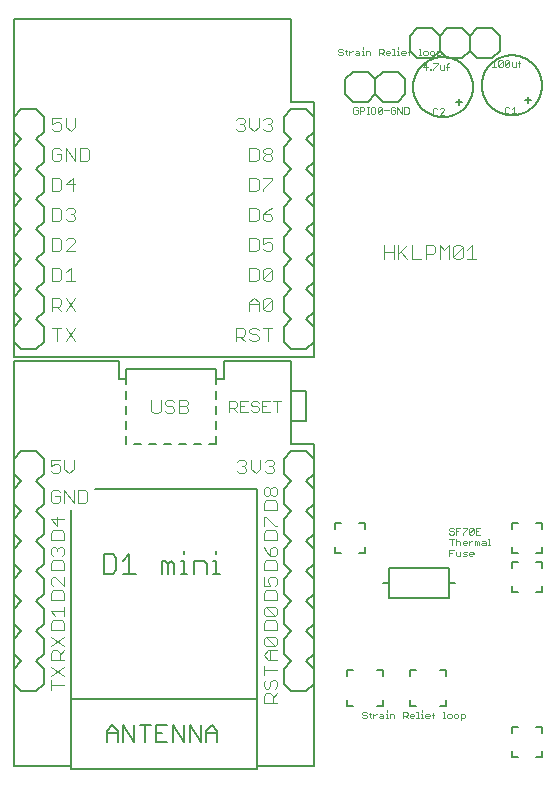
<source format=gto>
G75*
%MOIN*%
%OFA0B0*%
%FSLAX25Y25*%
%IPPOS*%
%LPD*%
%AMOC8*
5,1,8,0,0,1.08239X$1,22.5*
%
%ADD10C,0.00200*%
%ADD11C,0.00600*%
%ADD12C,0.00400*%
%ADD13C,0.00500*%
%ADD14C,0.00300*%
D10*
X0119100Y0018717D02*
X0119467Y0018350D01*
X0120201Y0018350D01*
X0120568Y0018717D01*
X0120568Y0019084D01*
X0120201Y0019451D01*
X0119467Y0019451D01*
X0119100Y0019818D01*
X0119100Y0020185D01*
X0119467Y0020552D01*
X0120201Y0020552D01*
X0120568Y0020185D01*
X0121310Y0019818D02*
X0122044Y0019818D01*
X0121677Y0020185D02*
X0121677Y0018717D01*
X0122044Y0018350D01*
X0122783Y0018350D02*
X0122783Y0019818D01*
X0122783Y0019084D02*
X0123517Y0019818D01*
X0123884Y0019818D01*
X0124992Y0019818D02*
X0125726Y0019818D01*
X0126093Y0019451D01*
X0126093Y0018350D01*
X0124992Y0018350D01*
X0124625Y0018717D01*
X0124992Y0019084D01*
X0126093Y0019084D01*
X0126835Y0019818D02*
X0127202Y0019818D01*
X0127202Y0018350D01*
X0126835Y0018350D02*
X0127569Y0018350D01*
X0128308Y0018350D02*
X0128308Y0019818D01*
X0129409Y0019818D01*
X0129776Y0019451D01*
X0129776Y0018350D01*
X0132728Y0018350D02*
X0132728Y0020552D01*
X0133829Y0020552D01*
X0134196Y0020185D01*
X0134196Y0019451D01*
X0133829Y0019084D01*
X0132728Y0019084D01*
X0133462Y0019084D02*
X0134196Y0018350D01*
X0134937Y0018717D02*
X0134937Y0019451D01*
X0135304Y0019818D01*
X0136038Y0019818D01*
X0136405Y0019451D01*
X0136405Y0019084D01*
X0134937Y0019084D01*
X0134937Y0018717D02*
X0135304Y0018350D01*
X0136038Y0018350D01*
X0137147Y0018350D02*
X0137881Y0018350D01*
X0137514Y0018350D02*
X0137514Y0020552D01*
X0137147Y0020552D01*
X0138621Y0019818D02*
X0138988Y0019818D01*
X0138988Y0018350D01*
X0138621Y0018350D02*
X0139355Y0018350D01*
X0140094Y0018717D02*
X0140094Y0019451D01*
X0140461Y0019818D01*
X0141195Y0019818D01*
X0141562Y0019451D01*
X0141562Y0019084D01*
X0140094Y0019084D01*
X0140094Y0018717D02*
X0140461Y0018350D01*
X0141195Y0018350D01*
X0142671Y0018350D02*
X0142671Y0020185D01*
X0143038Y0020552D01*
X0143038Y0019451D02*
X0142304Y0019451D01*
X0138988Y0020552D02*
X0138988Y0020919D01*
X0145987Y0020552D02*
X0146354Y0020552D01*
X0146354Y0018350D01*
X0145987Y0018350D02*
X0146721Y0018350D01*
X0147460Y0018717D02*
X0147827Y0018350D01*
X0148561Y0018350D01*
X0148928Y0018717D01*
X0148928Y0019451D01*
X0148561Y0019818D01*
X0147827Y0019818D01*
X0147460Y0019451D01*
X0147460Y0018717D01*
X0149670Y0018717D02*
X0150037Y0018350D01*
X0150771Y0018350D01*
X0151138Y0018717D01*
X0151138Y0019451D01*
X0150771Y0019818D01*
X0150037Y0019818D01*
X0149670Y0019451D01*
X0149670Y0018717D01*
X0151880Y0018350D02*
X0152981Y0018350D01*
X0153348Y0018717D01*
X0153348Y0019451D01*
X0152981Y0019818D01*
X0151880Y0019818D01*
X0151880Y0017616D01*
X0127202Y0020552D02*
X0127202Y0020919D01*
X0148100Y0072350D02*
X0148100Y0074552D01*
X0149568Y0074552D01*
X0150310Y0073818D02*
X0150310Y0072717D01*
X0150677Y0072350D01*
X0151778Y0072350D01*
X0151778Y0073818D01*
X0152520Y0073451D02*
X0152887Y0073818D01*
X0153988Y0073818D01*
X0153621Y0073084D02*
X0152887Y0073084D01*
X0152520Y0073451D01*
X0152520Y0072350D02*
X0153621Y0072350D01*
X0153988Y0072717D01*
X0153621Y0073084D01*
X0154730Y0073084D02*
X0156198Y0073084D01*
X0156198Y0073451D01*
X0155831Y0073818D01*
X0155097Y0073818D01*
X0154730Y0073451D01*
X0154730Y0072717D01*
X0155097Y0072350D01*
X0155831Y0072350D01*
X0156571Y0075950D02*
X0156571Y0077418D01*
X0156938Y0077418D01*
X0157305Y0077051D01*
X0157672Y0077418D01*
X0158039Y0077051D01*
X0158039Y0075950D01*
X0157305Y0075950D02*
X0157305Y0077051D01*
X0155831Y0077418D02*
X0155464Y0077418D01*
X0154730Y0076684D01*
X0154730Y0075950D02*
X0154730Y0077418D01*
X0153988Y0077051D02*
X0153988Y0076684D01*
X0152520Y0076684D01*
X0152520Y0077051D02*
X0152887Y0077418D01*
X0153621Y0077418D01*
X0153988Y0077051D01*
X0153621Y0075950D02*
X0152887Y0075950D01*
X0152520Y0076317D01*
X0152520Y0077051D01*
X0151778Y0077051D02*
X0151778Y0075950D01*
X0151778Y0077051D02*
X0151411Y0077418D01*
X0150677Y0077418D01*
X0150310Y0077051D01*
X0150310Y0078152D02*
X0150310Y0075950D01*
X0148834Y0075950D02*
X0148834Y0078152D01*
X0148100Y0078152D02*
X0149568Y0078152D01*
X0149201Y0079550D02*
X0148467Y0079550D01*
X0148100Y0079917D01*
X0148467Y0080651D02*
X0149201Y0080651D01*
X0149568Y0080284D01*
X0149568Y0079917D01*
X0149201Y0079550D01*
X0150310Y0079550D02*
X0150310Y0081752D01*
X0151778Y0081752D01*
X0152520Y0081752D02*
X0153988Y0081752D01*
X0153988Y0081385D01*
X0152520Y0079917D01*
X0152520Y0079550D01*
X0151044Y0080651D02*
X0150310Y0080651D01*
X0149568Y0081385D02*
X0149201Y0081752D01*
X0148467Y0081752D01*
X0148100Y0081385D01*
X0148100Y0081018D01*
X0148467Y0080651D01*
X0148100Y0073451D02*
X0148834Y0073451D01*
X0155097Y0079550D02*
X0154730Y0079917D01*
X0156198Y0081385D01*
X0156198Y0079917D01*
X0155831Y0079550D01*
X0155097Y0079550D01*
X0154730Y0079917D02*
X0154730Y0081385D01*
X0155097Y0081752D01*
X0155831Y0081752D01*
X0156198Y0081385D01*
X0156940Y0081752D02*
X0156940Y0079550D01*
X0158407Y0079550D01*
X0157673Y0080651D02*
X0156940Y0080651D01*
X0156940Y0081752D02*
X0158407Y0081752D01*
X0159148Y0077418D02*
X0159882Y0077418D01*
X0160249Y0077051D01*
X0160249Y0075950D01*
X0159148Y0075950D01*
X0158781Y0076317D01*
X0159148Y0076684D01*
X0160249Y0076684D01*
X0160991Y0075950D02*
X0161725Y0075950D01*
X0161358Y0075950D02*
X0161358Y0078152D01*
X0160991Y0078152D01*
X0146358Y0219450D02*
X0144890Y0219450D01*
X0146358Y0220918D01*
X0146358Y0221285D01*
X0145991Y0221652D01*
X0145257Y0221652D01*
X0144890Y0221285D01*
X0144148Y0221285D02*
X0143781Y0221652D01*
X0143047Y0221652D01*
X0142680Y0221285D01*
X0142680Y0219817D01*
X0143047Y0219450D01*
X0143781Y0219450D01*
X0144148Y0219817D01*
X0145284Y0234450D02*
X0146385Y0234450D01*
X0146385Y0235918D01*
X0147127Y0235551D02*
X0147861Y0235551D01*
X0147494Y0236285D02*
X0147861Y0236652D01*
X0147494Y0236285D02*
X0147494Y0234450D01*
X0145284Y0234450D02*
X0144917Y0234817D01*
X0144917Y0235918D01*
X0144175Y0236285D02*
X0142707Y0234817D01*
X0142707Y0234450D01*
X0141969Y0234450D02*
X0141602Y0234450D01*
X0141602Y0234817D01*
X0141969Y0234817D01*
X0141969Y0234450D01*
X0140493Y0234450D02*
X0140493Y0236652D01*
X0139392Y0235551D01*
X0140860Y0235551D01*
X0142707Y0236652D02*
X0144175Y0236652D01*
X0144175Y0236285D01*
X0143880Y0238616D02*
X0143880Y0240818D01*
X0144981Y0240818D01*
X0145348Y0240451D01*
X0145348Y0239717D01*
X0144981Y0239350D01*
X0143880Y0239350D01*
X0143138Y0239717D02*
X0143138Y0240451D01*
X0142771Y0240818D01*
X0142037Y0240818D01*
X0141670Y0240451D01*
X0141670Y0239717D01*
X0142037Y0239350D01*
X0142771Y0239350D01*
X0143138Y0239717D01*
X0140928Y0239717D02*
X0140928Y0240451D01*
X0140561Y0240818D01*
X0139827Y0240818D01*
X0139460Y0240451D01*
X0139460Y0239717D01*
X0139827Y0239350D01*
X0140561Y0239350D01*
X0140928Y0239717D01*
X0138721Y0239350D02*
X0137987Y0239350D01*
X0138354Y0239350D02*
X0138354Y0241552D01*
X0137987Y0241552D01*
X0135038Y0241552D02*
X0134671Y0241185D01*
X0134671Y0239350D01*
X0134304Y0240451D02*
X0135038Y0240451D01*
X0133562Y0240451D02*
X0133562Y0240084D01*
X0132094Y0240084D01*
X0132094Y0240451D02*
X0132461Y0240818D01*
X0133195Y0240818D01*
X0133562Y0240451D01*
X0133195Y0239350D02*
X0132461Y0239350D01*
X0132094Y0239717D01*
X0132094Y0240451D01*
X0130988Y0240818D02*
X0130988Y0239350D01*
X0130621Y0239350D02*
X0131355Y0239350D01*
X0129881Y0239350D02*
X0129147Y0239350D01*
X0129514Y0239350D02*
X0129514Y0241552D01*
X0129147Y0241552D01*
X0128405Y0240451D02*
X0128405Y0240084D01*
X0126937Y0240084D01*
X0126937Y0240451D02*
X0127304Y0240818D01*
X0128038Y0240818D01*
X0128405Y0240451D01*
X0128038Y0239350D02*
X0127304Y0239350D01*
X0126937Y0239717D01*
X0126937Y0240451D01*
X0126196Y0240451D02*
X0125829Y0240084D01*
X0124728Y0240084D01*
X0125462Y0240084D02*
X0126196Y0239350D01*
X0126196Y0240451D02*
X0126196Y0241185D01*
X0125829Y0241552D01*
X0124728Y0241552D01*
X0124728Y0239350D01*
X0121776Y0239350D02*
X0121776Y0240451D01*
X0121409Y0240818D01*
X0120308Y0240818D01*
X0120308Y0239350D01*
X0119569Y0239350D02*
X0118835Y0239350D01*
X0119202Y0239350D02*
X0119202Y0240818D01*
X0118835Y0240818D01*
X0119202Y0241552D02*
X0119202Y0241919D01*
X0118093Y0240451D02*
X0118093Y0239350D01*
X0116992Y0239350D01*
X0116625Y0239717D01*
X0116992Y0240084D01*
X0118093Y0240084D01*
X0118093Y0240451D02*
X0117726Y0240818D01*
X0116992Y0240818D01*
X0115884Y0240818D02*
X0115517Y0240818D01*
X0114783Y0240084D01*
X0114783Y0239350D02*
X0114783Y0240818D01*
X0114044Y0240818D02*
X0113310Y0240818D01*
X0113677Y0241185D02*
X0113677Y0239717D01*
X0114044Y0239350D01*
X0112568Y0239717D02*
X0112568Y0240084D01*
X0112201Y0240451D01*
X0111467Y0240451D01*
X0111100Y0240818D01*
X0111100Y0241185D01*
X0111467Y0241552D01*
X0112201Y0241552D01*
X0112568Y0241185D01*
X0112568Y0239717D02*
X0112201Y0239350D01*
X0111467Y0239350D01*
X0111100Y0239717D01*
X0116467Y0222052D02*
X0116100Y0221685D01*
X0116100Y0220217D01*
X0116467Y0219850D01*
X0117201Y0219850D01*
X0117568Y0220217D01*
X0117568Y0220951D01*
X0116834Y0220951D01*
X0117568Y0221685D02*
X0117201Y0222052D01*
X0116467Y0222052D01*
X0118310Y0222052D02*
X0119411Y0222052D01*
X0119778Y0221685D01*
X0119778Y0220951D01*
X0119411Y0220584D01*
X0118310Y0220584D01*
X0118310Y0219850D02*
X0118310Y0222052D01*
X0120520Y0222052D02*
X0121254Y0222052D01*
X0120887Y0222052D02*
X0120887Y0219850D01*
X0120520Y0219850D02*
X0121254Y0219850D01*
X0121993Y0220217D02*
X0122360Y0219850D01*
X0123094Y0219850D01*
X0123461Y0220217D01*
X0123461Y0221685D01*
X0123094Y0222052D01*
X0122360Y0222052D01*
X0121993Y0221685D01*
X0121993Y0220217D01*
X0124203Y0220217D02*
X0125671Y0221685D01*
X0125671Y0220217D01*
X0125304Y0219850D01*
X0124570Y0219850D01*
X0124203Y0220217D01*
X0124203Y0221685D01*
X0124570Y0222052D01*
X0125304Y0222052D01*
X0125671Y0221685D01*
X0126413Y0220951D02*
X0127881Y0220951D01*
X0128623Y0221685D02*
X0128623Y0220217D01*
X0128990Y0219850D01*
X0129724Y0219850D01*
X0130091Y0220217D01*
X0130091Y0220951D01*
X0129357Y0220951D01*
X0130091Y0221685D02*
X0129724Y0222052D01*
X0128990Y0222052D01*
X0128623Y0221685D01*
X0130833Y0222052D02*
X0132300Y0219850D01*
X0132300Y0222052D01*
X0133042Y0222052D02*
X0134143Y0222052D01*
X0134510Y0221685D01*
X0134510Y0220217D01*
X0134143Y0219850D01*
X0133042Y0219850D01*
X0133042Y0222052D01*
X0130833Y0222052D02*
X0130833Y0219850D01*
X0130988Y0240818D02*
X0130621Y0240818D01*
X0130988Y0241552D02*
X0130988Y0241919D01*
X0162259Y0236994D02*
X0162993Y0237728D01*
X0162993Y0235526D01*
X0162259Y0235526D02*
X0163727Y0235526D01*
X0164469Y0235893D02*
X0165937Y0237361D01*
X0165937Y0235893D01*
X0165570Y0235526D01*
X0164836Y0235526D01*
X0164469Y0235893D01*
X0164469Y0237361D01*
X0164836Y0237728D01*
X0165570Y0237728D01*
X0165937Y0237361D01*
X0166679Y0237361D02*
X0166679Y0235893D01*
X0168147Y0237361D01*
X0168147Y0235893D01*
X0167780Y0235526D01*
X0167046Y0235526D01*
X0166679Y0235893D01*
X0166679Y0237361D02*
X0167046Y0237728D01*
X0167780Y0237728D01*
X0168147Y0237361D01*
X0168889Y0236994D02*
X0168889Y0235893D01*
X0169256Y0235526D01*
X0170357Y0235526D01*
X0170357Y0236994D01*
X0171099Y0236627D02*
X0171833Y0236627D01*
X0171466Y0237361D02*
X0171833Y0237728D01*
X0171466Y0237361D02*
X0171466Y0235526D01*
X0169596Y0222228D02*
X0169596Y0220026D01*
X0168862Y0220026D02*
X0170330Y0220026D01*
X0168862Y0221494D02*
X0169596Y0222228D01*
X0168120Y0221861D02*
X0167753Y0222228D01*
X0167019Y0222228D01*
X0166652Y0221861D01*
X0166652Y0220393D01*
X0167019Y0220026D01*
X0167753Y0220026D01*
X0168120Y0220393D01*
D11*
X0173472Y0224326D02*
X0174472Y0224326D01*
X0174472Y0223326D01*
X0174472Y0224326D02*
X0174472Y0225326D01*
X0174472Y0224326D02*
X0175472Y0224326D01*
X0158972Y0229326D02*
X0158975Y0229571D01*
X0158984Y0229817D01*
X0158999Y0230062D01*
X0159020Y0230306D01*
X0159047Y0230550D01*
X0159080Y0230793D01*
X0159119Y0231036D01*
X0159164Y0231277D01*
X0159215Y0231517D01*
X0159272Y0231756D01*
X0159334Y0231993D01*
X0159403Y0232229D01*
X0159477Y0232463D01*
X0159557Y0232695D01*
X0159642Y0232925D01*
X0159733Y0233153D01*
X0159830Y0233378D01*
X0159932Y0233602D01*
X0160040Y0233822D01*
X0160153Y0234040D01*
X0160271Y0234255D01*
X0160395Y0234467D01*
X0160523Y0234676D01*
X0160657Y0234882D01*
X0160796Y0235084D01*
X0160940Y0235283D01*
X0161089Y0235478D01*
X0161242Y0235670D01*
X0161400Y0235858D01*
X0161562Y0236042D01*
X0161730Y0236221D01*
X0161901Y0236397D01*
X0162077Y0236568D01*
X0162256Y0236736D01*
X0162440Y0236898D01*
X0162628Y0237056D01*
X0162820Y0237209D01*
X0163015Y0237358D01*
X0163214Y0237502D01*
X0163416Y0237641D01*
X0163622Y0237775D01*
X0163831Y0237903D01*
X0164043Y0238027D01*
X0164258Y0238145D01*
X0164476Y0238258D01*
X0164696Y0238366D01*
X0164920Y0238468D01*
X0165145Y0238565D01*
X0165373Y0238656D01*
X0165603Y0238741D01*
X0165835Y0238821D01*
X0166069Y0238895D01*
X0166305Y0238964D01*
X0166542Y0239026D01*
X0166781Y0239083D01*
X0167021Y0239134D01*
X0167262Y0239179D01*
X0167505Y0239218D01*
X0167748Y0239251D01*
X0167992Y0239278D01*
X0168236Y0239299D01*
X0168481Y0239314D01*
X0168727Y0239323D01*
X0168972Y0239326D01*
X0169217Y0239323D01*
X0169463Y0239314D01*
X0169708Y0239299D01*
X0169952Y0239278D01*
X0170196Y0239251D01*
X0170439Y0239218D01*
X0170682Y0239179D01*
X0170923Y0239134D01*
X0171163Y0239083D01*
X0171402Y0239026D01*
X0171639Y0238964D01*
X0171875Y0238895D01*
X0172109Y0238821D01*
X0172341Y0238741D01*
X0172571Y0238656D01*
X0172799Y0238565D01*
X0173024Y0238468D01*
X0173248Y0238366D01*
X0173468Y0238258D01*
X0173686Y0238145D01*
X0173901Y0238027D01*
X0174113Y0237903D01*
X0174322Y0237775D01*
X0174528Y0237641D01*
X0174730Y0237502D01*
X0174929Y0237358D01*
X0175124Y0237209D01*
X0175316Y0237056D01*
X0175504Y0236898D01*
X0175688Y0236736D01*
X0175867Y0236568D01*
X0176043Y0236397D01*
X0176214Y0236221D01*
X0176382Y0236042D01*
X0176544Y0235858D01*
X0176702Y0235670D01*
X0176855Y0235478D01*
X0177004Y0235283D01*
X0177148Y0235084D01*
X0177287Y0234882D01*
X0177421Y0234676D01*
X0177549Y0234467D01*
X0177673Y0234255D01*
X0177791Y0234040D01*
X0177904Y0233822D01*
X0178012Y0233602D01*
X0178114Y0233378D01*
X0178211Y0233153D01*
X0178302Y0232925D01*
X0178387Y0232695D01*
X0178467Y0232463D01*
X0178541Y0232229D01*
X0178610Y0231993D01*
X0178672Y0231756D01*
X0178729Y0231517D01*
X0178780Y0231277D01*
X0178825Y0231036D01*
X0178864Y0230793D01*
X0178897Y0230550D01*
X0178924Y0230306D01*
X0178945Y0230062D01*
X0178960Y0229817D01*
X0178969Y0229571D01*
X0178972Y0229326D01*
X0178969Y0229081D01*
X0178960Y0228835D01*
X0178945Y0228590D01*
X0178924Y0228346D01*
X0178897Y0228102D01*
X0178864Y0227859D01*
X0178825Y0227616D01*
X0178780Y0227375D01*
X0178729Y0227135D01*
X0178672Y0226896D01*
X0178610Y0226659D01*
X0178541Y0226423D01*
X0178467Y0226189D01*
X0178387Y0225957D01*
X0178302Y0225727D01*
X0178211Y0225499D01*
X0178114Y0225274D01*
X0178012Y0225050D01*
X0177904Y0224830D01*
X0177791Y0224612D01*
X0177673Y0224397D01*
X0177549Y0224185D01*
X0177421Y0223976D01*
X0177287Y0223770D01*
X0177148Y0223568D01*
X0177004Y0223369D01*
X0176855Y0223174D01*
X0176702Y0222982D01*
X0176544Y0222794D01*
X0176382Y0222610D01*
X0176214Y0222431D01*
X0176043Y0222255D01*
X0175867Y0222084D01*
X0175688Y0221916D01*
X0175504Y0221754D01*
X0175316Y0221596D01*
X0175124Y0221443D01*
X0174929Y0221294D01*
X0174730Y0221150D01*
X0174528Y0221011D01*
X0174322Y0220877D01*
X0174113Y0220749D01*
X0173901Y0220625D01*
X0173686Y0220507D01*
X0173468Y0220394D01*
X0173248Y0220286D01*
X0173024Y0220184D01*
X0172799Y0220087D01*
X0172571Y0219996D01*
X0172341Y0219911D01*
X0172109Y0219831D01*
X0171875Y0219757D01*
X0171639Y0219688D01*
X0171402Y0219626D01*
X0171163Y0219569D01*
X0170923Y0219518D01*
X0170682Y0219473D01*
X0170439Y0219434D01*
X0170196Y0219401D01*
X0169952Y0219374D01*
X0169708Y0219353D01*
X0169463Y0219338D01*
X0169217Y0219329D01*
X0168972Y0219326D01*
X0168727Y0219329D01*
X0168481Y0219338D01*
X0168236Y0219353D01*
X0167992Y0219374D01*
X0167748Y0219401D01*
X0167505Y0219434D01*
X0167262Y0219473D01*
X0167021Y0219518D01*
X0166781Y0219569D01*
X0166542Y0219626D01*
X0166305Y0219688D01*
X0166069Y0219757D01*
X0165835Y0219831D01*
X0165603Y0219911D01*
X0165373Y0219996D01*
X0165145Y0220087D01*
X0164920Y0220184D01*
X0164696Y0220286D01*
X0164476Y0220394D01*
X0164258Y0220507D01*
X0164043Y0220625D01*
X0163831Y0220749D01*
X0163622Y0220877D01*
X0163416Y0221011D01*
X0163214Y0221150D01*
X0163015Y0221294D01*
X0162820Y0221443D01*
X0162628Y0221596D01*
X0162440Y0221754D01*
X0162256Y0221916D01*
X0162077Y0222084D01*
X0161901Y0222255D01*
X0161730Y0222431D01*
X0161562Y0222610D01*
X0161400Y0222794D01*
X0161242Y0222982D01*
X0161089Y0223174D01*
X0160940Y0223369D01*
X0160796Y0223568D01*
X0160657Y0223770D01*
X0160523Y0223976D01*
X0160395Y0224185D01*
X0160271Y0224397D01*
X0160153Y0224612D01*
X0160040Y0224830D01*
X0159932Y0225050D01*
X0159830Y0225274D01*
X0159733Y0225499D01*
X0159642Y0225727D01*
X0159557Y0225957D01*
X0159477Y0226189D01*
X0159403Y0226423D01*
X0159334Y0226659D01*
X0159272Y0226896D01*
X0159215Y0227135D01*
X0159164Y0227375D01*
X0159119Y0227616D01*
X0159080Y0227859D01*
X0159047Y0228102D01*
X0159020Y0228346D01*
X0158999Y0228590D01*
X0158984Y0228835D01*
X0158975Y0229081D01*
X0158972Y0229326D01*
X0152500Y0223750D02*
X0151500Y0223750D01*
X0151500Y0222750D01*
X0151500Y0223750D02*
X0150500Y0223750D01*
X0151500Y0223750D02*
X0151500Y0224750D01*
X0136000Y0228750D02*
X0136003Y0228995D01*
X0136012Y0229241D01*
X0136027Y0229486D01*
X0136048Y0229730D01*
X0136075Y0229974D01*
X0136108Y0230217D01*
X0136147Y0230460D01*
X0136192Y0230701D01*
X0136243Y0230941D01*
X0136300Y0231180D01*
X0136362Y0231417D01*
X0136431Y0231653D01*
X0136505Y0231887D01*
X0136585Y0232119D01*
X0136670Y0232349D01*
X0136761Y0232577D01*
X0136858Y0232802D01*
X0136960Y0233026D01*
X0137068Y0233246D01*
X0137181Y0233464D01*
X0137299Y0233679D01*
X0137423Y0233891D01*
X0137551Y0234100D01*
X0137685Y0234306D01*
X0137824Y0234508D01*
X0137968Y0234707D01*
X0138117Y0234902D01*
X0138270Y0235094D01*
X0138428Y0235282D01*
X0138590Y0235466D01*
X0138758Y0235645D01*
X0138929Y0235821D01*
X0139105Y0235992D01*
X0139284Y0236160D01*
X0139468Y0236322D01*
X0139656Y0236480D01*
X0139848Y0236633D01*
X0140043Y0236782D01*
X0140242Y0236926D01*
X0140444Y0237065D01*
X0140650Y0237199D01*
X0140859Y0237327D01*
X0141071Y0237451D01*
X0141286Y0237569D01*
X0141504Y0237682D01*
X0141724Y0237790D01*
X0141948Y0237892D01*
X0142173Y0237989D01*
X0142401Y0238080D01*
X0142631Y0238165D01*
X0142863Y0238245D01*
X0143097Y0238319D01*
X0143333Y0238388D01*
X0143570Y0238450D01*
X0143809Y0238507D01*
X0144049Y0238558D01*
X0144290Y0238603D01*
X0144533Y0238642D01*
X0144776Y0238675D01*
X0145020Y0238702D01*
X0145264Y0238723D01*
X0145509Y0238738D01*
X0145755Y0238747D01*
X0146000Y0238750D01*
X0146245Y0238747D01*
X0146491Y0238738D01*
X0146736Y0238723D01*
X0146980Y0238702D01*
X0147224Y0238675D01*
X0147467Y0238642D01*
X0147710Y0238603D01*
X0147951Y0238558D01*
X0148191Y0238507D01*
X0148430Y0238450D01*
X0148667Y0238388D01*
X0148903Y0238319D01*
X0149137Y0238245D01*
X0149369Y0238165D01*
X0149599Y0238080D01*
X0149827Y0237989D01*
X0150052Y0237892D01*
X0150276Y0237790D01*
X0150496Y0237682D01*
X0150714Y0237569D01*
X0150929Y0237451D01*
X0151141Y0237327D01*
X0151350Y0237199D01*
X0151556Y0237065D01*
X0151758Y0236926D01*
X0151957Y0236782D01*
X0152152Y0236633D01*
X0152344Y0236480D01*
X0152532Y0236322D01*
X0152716Y0236160D01*
X0152895Y0235992D01*
X0153071Y0235821D01*
X0153242Y0235645D01*
X0153410Y0235466D01*
X0153572Y0235282D01*
X0153730Y0235094D01*
X0153883Y0234902D01*
X0154032Y0234707D01*
X0154176Y0234508D01*
X0154315Y0234306D01*
X0154449Y0234100D01*
X0154577Y0233891D01*
X0154701Y0233679D01*
X0154819Y0233464D01*
X0154932Y0233246D01*
X0155040Y0233026D01*
X0155142Y0232802D01*
X0155239Y0232577D01*
X0155330Y0232349D01*
X0155415Y0232119D01*
X0155495Y0231887D01*
X0155569Y0231653D01*
X0155638Y0231417D01*
X0155700Y0231180D01*
X0155757Y0230941D01*
X0155808Y0230701D01*
X0155853Y0230460D01*
X0155892Y0230217D01*
X0155925Y0229974D01*
X0155952Y0229730D01*
X0155973Y0229486D01*
X0155988Y0229241D01*
X0155997Y0228995D01*
X0156000Y0228750D01*
X0155997Y0228505D01*
X0155988Y0228259D01*
X0155973Y0228014D01*
X0155952Y0227770D01*
X0155925Y0227526D01*
X0155892Y0227283D01*
X0155853Y0227040D01*
X0155808Y0226799D01*
X0155757Y0226559D01*
X0155700Y0226320D01*
X0155638Y0226083D01*
X0155569Y0225847D01*
X0155495Y0225613D01*
X0155415Y0225381D01*
X0155330Y0225151D01*
X0155239Y0224923D01*
X0155142Y0224698D01*
X0155040Y0224474D01*
X0154932Y0224254D01*
X0154819Y0224036D01*
X0154701Y0223821D01*
X0154577Y0223609D01*
X0154449Y0223400D01*
X0154315Y0223194D01*
X0154176Y0222992D01*
X0154032Y0222793D01*
X0153883Y0222598D01*
X0153730Y0222406D01*
X0153572Y0222218D01*
X0153410Y0222034D01*
X0153242Y0221855D01*
X0153071Y0221679D01*
X0152895Y0221508D01*
X0152716Y0221340D01*
X0152532Y0221178D01*
X0152344Y0221020D01*
X0152152Y0220867D01*
X0151957Y0220718D01*
X0151758Y0220574D01*
X0151556Y0220435D01*
X0151350Y0220301D01*
X0151141Y0220173D01*
X0150929Y0220049D01*
X0150714Y0219931D01*
X0150496Y0219818D01*
X0150276Y0219710D01*
X0150052Y0219608D01*
X0149827Y0219511D01*
X0149599Y0219420D01*
X0149369Y0219335D01*
X0149137Y0219255D01*
X0148903Y0219181D01*
X0148667Y0219112D01*
X0148430Y0219050D01*
X0148191Y0218993D01*
X0147951Y0218942D01*
X0147710Y0218897D01*
X0147467Y0218858D01*
X0147224Y0218825D01*
X0146980Y0218798D01*
X0146736Y0218777D01*
X0146491Y0218762D01*
X0146245Y0218753D01*
X0146000Y0218750D01*
X0145755Y0218753D01*
X0145509Y0218762D01*
X0145264Y0218777D01*
X0145020Y0218798D01*
X0144776Y0218825D01*
X0144533Y0218858D01*
X0144290Y0218897D01*
X0144049Y0218942D01*
X0143809Y0218993D01*
X0143570Y0219050D01*
X0143333Y0219112D01*
X0143097Y0219181D01*
X0142863Y0219255D01*
X0142631Y0219335D01*
X0142401Y0219420D01*
X0142173Y0219511D01*
X0141948Y0219608D01*
X0141724Y0219710D01*
X0141504Y0219818D01*
X0141286Y0219931D01*
X0141071Y0220049D01*
X0140859Y0220173D01*
X0140650Y0220301D01*
X0140444Y0220435D01*
X0140242Y0220574D01*
X0140043Y0220718D01*
X0139848Y0220867D01*
X0139656Y0221020D01*
X0139468Y0221178D01*
X0139284Y0221340D01*
X0139105Y0221508D01*
X0138929Y0221679D01*
X0138758Y0221855D01*
X0138590Y0222034D01*
X0138428Y0222218D01*
X0138270Y0222406D01*
X0138117Y0222598D01*
X0137968Y0222793D01*
X0137824Y0222992D01*
X0137685Y0223194D01*
X0137551Y0223400D01*
X0137423Y0223609D01*
X0137299Y0223821D01*
X0137181Y0224036D01*
X0137068Y0224254D01*
X0136960Y0224474D01*
X0136858Y0224698D01*
X0136761Y0224923D01*
X0136670Y0225151D01*
X0136585Y0225381D01*
X0136505Y0225613D01*
X0136431Y0225847D01*
X0136362Y0226083D01*
X0136300Y0226320D01*
X0136243Y0226559D01*
X0136192Y0226799D01*
X0136147Y0227040D01*
X0136108Y0227283D01*
X0136075Y0227526D01*
X0136048Y0227770D01*
X0136027Y0228014D01*
X0136012Y0228259D01*
X0136003Y0228505D01*
X0136000Y0228750D01*
X0133500Y0226250D02*
X0131000Y0223750D01*
X0126000Y0223750D01*
X0123500Y0226250D01*
X0121000Y0223750D01*
X0116000Y0223750D01*
X0113500Y0226250D01*
X0113500Y0231250D01*
X0116000Y0233750D01*
X0121000Y0233750D01*
X0123500Y0231250D01*
X0126000Y0233750D01*
X0131000Y0233750D01*
X0133500Y0231250D01*
X0133500Y0226250D01*
X0137500Y0238250D02*
X0142500Y0238250D01*
X0145000Y0240750D01*
X0147500Y0238250D01*
X0152500Y0238250D01*
X0155000Y0240750D01*
X0157500Y0238250D01*
X0162500Y0238250D01*
X0165000Y0240750D01*
X0165000Y0245750D01*
X0162500Y0248250D01*
X0157500Y0248250D01*
X0155000Y0245750D01*
X0155000Y0240750D01*
X0155000Y0245750D01*
X0152500Y0248250D01*
X0147500Y0248250D01*
X0145000Y0245750D01*
X0145000Y0240750D01*
X0145000Y0245750D01*
X0142500Y0248250D01*
X0137500Y0248250D01*
X0135000Y0245750D01*
X0135000Y0240750D01*
X0137500Y0238250D01*
X0123500Y0231250D02*
X0123500Y0226250D01*
X0120000Y0083250D02*
X0118000Y0083250D01*
X0120000Y0083250D02*
X0120000Y0081250D01*
X0120000Y0075250D02*
X0120000Y0073250D01*
X0118000Y0073250D01*
X0112000Y0073250D02*
X0110000Y0073250D01*
X0110000Y0075250D01*
X0110000Y0081250D02*
X0110000Y0083250D01*
X0112000Y0083250D01*
X0126000Y0063250D02*
X0128000Y0063250D01*
X0128000Y0058250D01*
X0148000Y0058250D01*
X0148000Y0063250D01*
X0148000Y0068250D01*
X0128000Y0068250D01*
X0128000Y0063250D01*
X0148000Y0063250D02*
X0150000Y0063250D01*
X0169000Y0062250D02*
X0169000Y0060250D01*
X0171000Y0060250D01*
X0177000Y0060250D02*
X0179000Y0060250D01*
X0179000Y0062250D01*
X0179000Y0068250D02*
X0179000Y0070250D01*
X0177000Y0070250D01*
X0177000Y0073250D02*
X0179000Y0073250D01*
X0179000Y0075250D01*
X0179000Y0081250D02*
X0179000Y0083250D01*
X0177000Y0083250D01*
X0171000Y0083250D02*
X0169000Y0083250D01*
X0169000Y0081250D01*
X0169000Y0075250D02*
X0169000Y0073250D01*
X0171000Y0073250D01*
X0171000Y0070250D02*
X0169000Y0070250D01*
X0169000Y0068250D01*
X0147000Y0034250D02*
X0145000Y0034250D01*
X0147000Y0034250D02*
X0147000Y0032250D01*
X0147000Y0024250D02*
X0147000Y0022250D01*
X0145000Y0022250D01*
X0137000Y0022250D02*
X0135000Y0022250D01*
X0135000Y0024250D01*
X0135000Y0032250D02*
X0135000Y0034250D01*
X0137000Y0034250D01*
X0126000Y0034250D02*
X0126000Y0032250D01*
X0126000Y0034250D02*
X0124000Y0034250D01*
X0126000Y0024250D02*
X0126000Y0022250D01*
X0124000Y0022250D01*
X0116000Y0022250D02*
X0114000Y0022250D01*
X0114000Y0024250D01*
X0114000Y0032250D02*
X0114000Y0034250D01*
X0116000Y0034250D01*
X0071549Y0066550D02*
X0069414Y0066550D01*
X0070481Y0066550D02*
X0070481Y0070820D01*
X0069414Y0070820D01*
X0070481Y0072955D02*
X0070481Y0074023D01*
X0067239Y0069753D02*
X0067239Y0066550D01*
X0067239Y0069753D02*
X0066171Y0070820D01*
X0062968Y0070820D01*
X0062968Y0066550D01*
X0060806Y0066550D02*
X0058671Y0066550D01*
X0059739Y0066550D02*
X0059739Y0070820D01*
X0058671Y0070820D01*
X0059739Y0072955D02*
X0059739Y0074023D01*
X0056496Y0069753D02*
X0056496Y0066550D01*
X0054361Y0066550D02*
X0054361Y0069753D01*
X0055428Y0070820D01*
X0056496Y0069753D01*
X0054361Y0069753D02*
X0053293Y0070820D01*
X0052226Y0070820D01*
X0052226Y0066550D01*
X0043605Y0066550D02*
X0039335Y0066550D01*
X0041470Y0066550D02*
X0041470Y0072955D01*
X0039335Y0070820D01*
X0037160Y0071888D02*
X0036092Y0072955D01*
X0032889Y0072955D01*
X0032889Y0066550D01*
X0036092Y0066550D01*
X0037160Y0067618D01*
X0037160Y0071888D01*
X0169000Y0015250D02*
X0169000Y0013250D01*
X0169000Y0015250D02*
X0171000Y0015250D01*
X0177000Y0015250D02*
X0179000Y0015250D01*
X0179000Y0013250D01*
X0179000Y0007250D02*
X0179000Y0005250D01*
X0177000Y0005250D01*
X0171000Y0005250D02*
X0169000Y0005250D01*
X0169000Y0007250D01*
D12*
X0090800Y0023544D02*
X0086196Y0023544D01*
X0086196Y0025846D01*
X0086963Y0026613D01*
X0088498Y0026613D01*
X0089265Y0025846D01*
X0089265Y0023544D01*
X0089265Y0025079D02*
X0090800Y0026613D01*
X0090033Y0028148D02*
X0090800Y0028915D01*
X0090800Y0030450D01*
X0090033Y0031217D01*
X0089265Y0031217D01*
X0088498Y0030450D01*
X0088498Y0028915D01*
X0087731Y0028148D01*
X0086963Y0028148D01*
X0086196Y0028915D01*
X0086196Y0030450D01*
X0086963Y0031217D01*
X0086196Y0032752D02*
X0086196Y0035821D01*
X0086196Y0034287D02*
X0090800Y0034287D01*
X0090800Y0037846D02*
X0087731Y0037846D01*
X0086196Y0039381D01*
X0087731Y0040915D01*
X0090800Y0040915D01*
X0090033Y0042450D02*
X0090800Y0043217D01*
X0090800Y0044752D01*
X0090033Y0045519D01*
X0086963Y0045519D01*
X0090033Y0042450D01*
X0086963Y0042450D01*
X0086196Y0043217D01*
X0086196Y0044752D01*
X0086963Y0045519D01*
X0086196Y0047846D02*
X0086196Y0050148D01*
X0086963Y0050915D01*
X0090033Y0050915D01*
X0090800Y0050148D01*
X0090800Y0047846D01*
X0086196Y0047846D01*
X0086963Y0052450D02*
X0086196Y0053217D01*
X0086196Y0054752D01*
X0086963Y0055519D01*
X0090033Y0052450D01*
X0090800Y0053217D01*
X0090800Y0054752D01*
X0090033Y0055519D01*
X0086963Y0055519D01*
X0086196Y0057846D02*
X0086196Y0060148D01*
X0086963Y0060915D01*
X0090033Y0060915D01*
X0090800Y0060148D01*
X0090800Y0057846D01*
X0086196Y0057846D01*
X0086196Y0062450D02*
X0088498Y0062450D01*
X0087731Y0063985D01*
X0087731Y0064752D01*
X0088498Y0065519D01*
X0090033Y0065519D01*
X0090800Y0064752D01*
X0090800Y0063217D01*
X0090033Y0062450D01*
X0086196Y0062450D02*
X0086196Y0065519D01*
X0086196Y0067846D02*
X0086196Y0070148D01*
X0086963Y0070915D01*
X0090033Y0070915D01*
X0090800Y0070148D01*
X0090800Y0067846D01*
X0086196Y0067846D01*
X0088498Y0072450D02*
X0088498Y0074752D01*
X0089265Y0075519D01*
X0090033Y0075519D01*
X0090800Y0074752D01*
X0090800Y0073217D01*
X0090033Y0072450D01*
X0088498Y0072450D01*
X0086963Y0073985D01*
X0086196Y0075519D01*
X0086196Y0077846D02*
X0086196Y0080148D01*
X0086963Y0080915D01*
X0090033Y0080915D01*
X0090800Y0080148D01*
X0090800Y0077846D01*
X0086196Y0077846D01*
X0086196Y0082450D02*
X0086196Y0085519D01*
X0086963Y0085519D01*
X0090033Y0082450D01*
X0090800Y0082450D01*
X0090800Y0087846D02*
X0090800Y0090148D01*
X0090033Y0090915D01*
X0086963Y0090915D01*
X0086196Y0090148D01*
X0086196Y0087846D01*
X0090800Y0087846D01*
X0090033Y0092450D02*
X0089265Y0092450D01*
X0088498Y0093217D01*
X0088498Y0094752D01*
X0089265Y0095519D01*
X0090033Y0095519D01*
X0090800Y0094752D01*
X0090800Y0093217D01*
X0090033Y0092450D01*
X0088498Y0093217D02*
X0087731Y0092450D01*
X0086963Y0092450D01*
X0086196Y0093217D01*
X0086196Y0094752D01*
X0086963Y0095519D01*
X0087731Y0095519D01*
X0088498Y0094752D01*
X0088898Y0099950D02*
X0087363Y0099950D01*
X0086596Y0100717D01*
X0085061Y0101485D02*
X0085061Y0104554D01*
X0086596Y0103787D02*
X0087363Y0104554D01*
X0088898Y0104554D01*
X0089665Y0103787D01*
X0089665Y0103019D01*
X0088898Y0102252D01*
X0089665Y0101485D01*
X0089665Y0100717D01*
X0088898Y0099950D01*
X0088898Y0102252D02*
X0088131Y0102252D01*
X0085061Y0101485D02*
X0083527Y0099950D01*
X0081992Y0101485D01*
X0081992Y0104554D01*
X0080457Y0103787D02*
X0080457Y0103019D01*
X0079690Y0102252D01*
X0080457Y0101485D01*
X0080457Y0100717D01*
X0079690Y0099950D01*
X0078156Y0099950D01*
X0077388Y0100717D01*
X0078923Y0102252D02*
X0079690Y0102252D01*
X0080457Y0103787D02*
X0079690Y0104554D01*
X0078156Y0104554D01*
X0077388Y0103787D01*
X0061071Y0120717D02*
X0060304Y0119950D01*
X0058002Y0119950D01*
X0058002Y0124554D01*
X0060304Y0124554D01*
X0061071Y0123787D01*
X0061071Y0123019D01*
X0060304Y0122252D01*
X0058002Y0122252D01*
X0056467Y0121485D02*
X0056467Y0120717D01*
X0055700Y0119950D01*
X0054165Y0119950D01*
X0053398Y0120717D01*
X0051863Y0120717D02*
X0051863Y0124554D01*
X0053398Y0123787D02*
X0053398Y0123019D01*
X0054165Y0122252D01*
X0055700Y0122252D01*
X0056467Y0121485D01*
X0056467Y0123787D02*
X0055700Y0124554D01*
X0054165Y0124554D01*
X0053398Y0123787D01*
X0051863Y0120717D02*
X0051096Y0119950D01*
X0049561Y0119950D01*
X0048794Y0120717D01*
X0048794Y0124554D01*
X0060304Y0122252D02*
X0061071Y0121485D01*
X0061071Y0120717D01*
X0076888Y0143950D02*
X0076888Y0148554D01*
X0079190Y0148554D01*
X0079957Y0147787D01*
X0079957Y0146252D01*
X0079190Y0145485D01*
X0076888Y0145485D01*
X0078423Y0145485D02*
X0079957Y0143950D01*
X0081492Y0144717D02*
X0082259Y0143950D01*
X0083794Y0143950D01*
X0084561Y0144717D01*
X0084561Y0145485D01*
X0083794Y0146252D01*
X0082259Y0146252D01*
X0081492Y0147019D01*
X0081492Y0147787D01*
X0082259Y0148554D01*
X0083794Y0148554D01*
X0084561Y0147787D01*
X0086096Y0148554D02*
X0089165Y0148554D01*
X0087631Y0148554D02*
X0087631Y0143950D01*
X0088398Y0153950D02*
X0086863Y0153950D01*
X0086096Y0154717D01*
X0089165Y0157787D01*
X0089165Y0154717D01*
X0088398Y0153950D01*
X0086096Y0154717D02*
X0086096Y0157787D01*
X0086863Y0158554D01*
X0088398Y0158554D01*
X0089165Y0157787D01*
X0088398Y0163950D02*
X0086863Y0163950D01*
X0086096Y0164717D01*
X0089165Y0167787D01*
X0089165Y0164717D01*
X0088398Y0163950D01*
X0086096Y0164717D02*
X0086096Y0167787D01*
X0086863Y0168554D01*
X0088398Y0168554D01*
X0089165Y0167787D01*
X0088398Y0173950D02*
X0086863Y0173950D01*
X0086096Y0174717D01*
X0084561Y0174717D02*
X0083794Y0173950D01*
X0081492Y0173950D01*
X0081492Y0178554D01*
X0083794Y0178554D01*
X0084561Y0177787D01*
X0084561Y0174717D01*
X0086096Y0176252D02*
X0086096Y0178554D01*
X0089165Y0178554D01*
X0088398Y0177019D02*
X0089165Y0176252D01*
X0089165Y0174717D01*
X0088398Y0173950D01*
X0087631Y0177019D02*
X0086096Y0176252D01*
X0087631Y0177019D02*
X0088398Y0177019D01*
X0088398Y0183950D02*
X0089165Y0184717D01*
X0089165Y0185485D01*
X0088398Y0186252D01*
X0086096Y0186252D01*
X0086096Y0184717D01*
X0086863Y0183950D01*
X0088398Y0183950D01*
X0086096Y0186252D02*
X0087631Y0187787D01*
X0089165Y0188554D01*
X0086096Y0193950D02*
X0086096Y0194717D01*
X0089165Y0197787D01*
X0089165Y0198554D01*
X0086096Y0198554D01*
X0084561Y0197787D02*
X0084561Y0194717D01*
X0083794Y0193950D01*
X0081492Y0193950D01*
X0081492Y0198554D01*
X0083794Y0198554D01*
X0084561Y0197787D01*
X0083794Y0203950D02*
X0081492Y0203950D01*
X0081492Y0208554D01*
X0083794Y0208554D01*
X0084561Y0207787D01*
X0084561Y0204717D01*
X0083794Y0203950D01*
X0086096Y0204717D02*
X0086096Y0205485D01*
X0086863Y0206252D01*
X0088398Y0206252D01*
X0089165Y0205485D01*
X0089165Y0204717D01*
X0088398Y0203950D01*
X0086863Y0203950D01*
X0086096Y0204717D01*
X0086863Y0206252D02*
X0086096Y0207019D01*
X0086096Y0207787D01*
X0086863Y0208554D01*
X0088398Y0208554D01*
X0089165Y0207787D01*
X0089165Y0207019D01*
X0088398Y0206252D01*
X0088398Y0213950D02*
X0086863Y0213950D01*
X0086096Y0214717D01*
X0084561Y0215485D02*
X0084561Y0218554D01*
X0086096Y0217787D02*
X0086863Y0218554D01*
X0088398Y0218554D01*
X0089165Y0217787D01*
X0089165Y0217019D01*
X0088398Y0216252D01*
X0089165Y0215485D01*
X0089165Y0214717D01*
X0088398Y0213950D01*
X0088398Y0216252D02*
X0087631Y0216252D01*
X0084561Y0215485D02*
X0083027Y0213950D01*
X0081492Y0215485D01*
X0081492Y0218554D01*
X0079957Y0217787D02*
X0079957Y0217019D01*
X0079190Y0216252D01*
X0079957Y0215485D01*
X0079957Y0214717D01*
X0079190Y0213950D01*
X0077656Y0213950D01*
X0076888Y0214717D01*
X0078423Y0216252D02*
X0079190Y0216252D01*
X0079957Y0217787D02*
X0079190Y0218554D01*
X0077656Y0218554D01*
X0076888Y0217787D01*
X0081492Y0188554D02*
X0083794Y0188554D01*
X0084561Y0187787D01*
X0084561Y0184717D01*
X0083794Y0183950D01*
X0081492Y0183950D01*
X0081492Y0188554D01*
X0081492Y0168554D02*
X0083794Y0168554D01*
X0084561Y0167787D01*
X0084561Y0164717D01*
X0083794Y0163950D01*
X0081492Y0163950D01*
X0081492Y0168554D01*
X0083027Y0158554D02*
X0084561Y0157019D01*
X0084561Y0153950D01*
X0084561Y0156252D02*
X0081492Y0156252D01*
X0081492Y0157019D02*
X0081492Y0153950D01*
X0081492Y0157019D02*
X0083027Y0158554D01*
X0126472Y0171450D02*
X0126472Y0176054D01*
X0126472Y0173752D02*
X0129542Y0173752D01*
X0131076Y0172985D02*
X0134146Y0176054D01*
X0135680Y0176054D02*
X0135680Y0171450D01*
X0138750Y0171450D01*
X0140284Y0171450D02*
X0140284Y0176054D01*
X0142586Y0176054D01*
X0143354Y0175287D01*
X0143354Y0173752D01*
X0142586Y0172985D01*
X0140284Y0172985D01*
X0144888Y0171450D02*
X0144888Y0176054D01*
X0146423Y0174519D01*
X0147957Y0176054D01*
X0147957Y0171450D01*
X0149492Y0172217D02*
X0152561Y0175287D01*
X0152561Y0172217D01*
X0151794Y0171450D01*
X0150259Y0171450D01*
X0149492Y0172217D01*
X0149492Y0175287D01*
X0150259Y0176054D01*
X0151794Y0176054D01*
X0152561Y0175287D01*
X0154096Y0174519D02*
X0155631Y0176054D01*
X0155631Y0171450D01*
X0157165Y0171450D02*
X0154096Y0171450D01*
X0134146Y0171450D02*
X0131844Y0173752D01*
X0131076Y0176054D02*
X0131076Y0171450D01*
X0129542Y0171450D02*
X0129542Y0176054D01*
X0090033Y0052450D02*
X0086963Y0052450D01*
X0088498Y0040915D02*
X0088498Y0037846D01*
X0027477Y0090717D02*
X0027477Y0093787D01*
X0026710Y0094554D01*
X0024408Y0094554D01*
X0024408Y0089950D01*
X0026710Y0089950D01*
X0027477Y0090717D01*
X0022873Y0089950D02*
X0022873Y0094554D01*
X0019804Y0094554D02*
X0019804Y0089950D01*
X0018269Y0090717D02*
X0018269Y0092252D01*
X0016735Y0092252D01*
X0018269Y0093787D02*
X0017502Y0094554D01*
X0015967Y0094554D01*
X0015200Y0093787D01*
X0015200Y0090717D01*
X0015967Y0089950D01*
X0017502Y0089950D01*
X0018269Y0090717D01*
X0019804Y0094554D02*
X0022873Y0089950D01*
X0019800Y0084752D02*
X0015196Y0084752D01*
X0017498Y0082450D01*
X0017498Y0085519D01*
X0015963Y0080915D02*
X0015196Y0080148D01*
X0015196Y0077846D01*
X0019800Y0077846D01*
X0019800Y0080148D01*
X0019033Y0080915D01*
X0015963Y0080915D01*
X0015963Y0075519D02*
X0016731Y0075519D01*
X0017498Y0074752D01*
X0018265Y0075519D01*
X0019033Y0075519D01*
X0019800Y0074752D01*
X0019800Y0073217D01*
X0019033Y0072450D01*
X0019033Y0070915D02*
X0015963Y0070915D01*
X0015196Y0070148D01*
X0015196Y0067846D01*
X0019800Y0067846D01*
X0019800Y0070148D01*
X0019033Y0070915D01*
X0017498Y0073985D02*
X0017498Y0074752D01*
X0015963Y0075519D02*
X0015196Y0074752D01*
X0015196Y0073217D01*
X0015963Y0072450D01*
X0015963Y0065519D02*
X0015196Y0064752D01*
X0015196Y0063217D01*
X0015963Y0062450D01*
X0015963Y0060915D02*
X0015196Y0060148D01*
X0015196Y0057846D01*
X0019800Y0057846D01*
X0019800Y0060148D01*
X0019033Y0060915D01*
X0015963Y0060915D01*
X0019800Y0062450D02*
X0016731Y0065519D01*
X0015963Y0065519D01*
X0019800Y0065519D02*
X0019800Y0062450D01*
X0019800Y0055519D02*
X0019800Y0052450D01*
X0019800Y0053985D02*
X0015196Y0053985D01*
X0016731Y0052450D01*
X0015963Y0050915D02*
X0015196Y0050148D01*
X0015196Y0047846D01*
X0019800Y0047846D01*
X0019800Y0050148D01*
X0019033Y0050915D01*
X0015963Y0050915D01*
X0015196Y0045519D02*
X0019800Y0042450D01*
X0019800Y0040915D02*
X0018265Y0039381D01*
X0018265Y0040148D02*
X0018265Y0037846D01*
X0019800Y0037846D02*
X0015196Y0037846D01*
X0015196Y0040148D01*
X0015963Y0040915D01*
X0017498Y0040915D01*
X0018265Y0040148D01*
X0015196Y0042450D02*
X0019800Y0045519D01*
X0019800Y0035519D02*
X0015196Y0032450D01*
X0015196Y0030915D02*
X0015196Y0027846D01*
X0015196Y0029381D02*
X0019800Y0029381D01*
X0019800Y0032450D02*
X0015196Y0035519D01*
X0015967Y0099950D02*
X0015200Y0100717D01*
X0015967Y0099950D02*
X0017502Y0099950D01*
X0018269Y0100717D01*
X0018269Y0102252D01*
X0017502Y0103019D01*
X0016735Y0103019D01*
X0015200Y0102252D01*
X0015200Y0104554D01*
X0018269Y0104554D01*
X0019804Y0104554D02*
X0019804Y0101485D01*
X0021339Y0099950D01*
X0022873Y0101485D01*
X0022873Y0104554D01*
X0023373Y0143950D02*
X0020304Y0148554D01*
X0018769Y0148554D02*
X0015700Y0148554D01*
X0017235Y0148554D02*
X0017235Y0143950D01*
X0020304Y0143950D02*
X0023373Y0148554D01*
X0023373Y0153950D02*
X0020304Y0158554D01*
X0018769Y0157787D02*
X0018769Y0156252D01*
X0018002Y0155485D01*
X0015700Y0155485D01*
X0017235Y0155485D02*
X0018769Y0153950D01*
X0020304Y0153950D02*
X0023373Y0158554D01*
X0018769Y0157787D02*
X0018002Y0158554D01*
X0015700Y0158554D01*
X0015700Y0153950D01*
X0015700Y0163950D02*
X0018002Y0163950D01*
X0018769Y0164717D01*
X0018769Y0167787D01*
X0018002Y0168554D01*
X0015700Y0168554D01*
X0015700Y0163950D01*
X0020304Y0163950D02*
X0023373Y0163950D01*
X0021839Y0163950D02*
X0021839Y0168554D01*
X0020304Y0167019D01*
X0020304Y0173950D02*
X0023373Y0177019D01*
X0023373Y0177787D01*
X0022606Y0178554D01*
X0021071Y0178554D01*
X0020304Y0177787D01*
X0018769Y0177787D02*
X0018002Y0178554D01*
X0015700Y0178554D01*
X0015700Y0173950D01*
X0018002Y0173950D01*
X0018769Y0174717D01*
X0018769Y0177787D01*
X0020304Y0173950D02*
X0023373Y0173950D01*
X0022606Y0183950D02*
X0021071Y0183950D01*
X0020304Y0184717D01*
X0018769Y0184717D02*
X0018769Y0187787D01*
X0018002Y0188554D01*
X0015700Y0188554D01*
X0015700Y0183950D01*
X0018002Y0183950D01*
X0018769Y0184717D01*
X0021839Y0186252D02*
X0022606Y0186252D01*
X0023373Y0185485D01*
X0023373Y0184717D01*
X0022606Y0183950D01*
X0022606Y0186252D02*
X0023373Y0187019D01*
X0023373Y0187787D01*
X0022606Y0188554D01*
X0021071Y0188554D01*
X0020304Y0187787D01*
X0022606Y0193950D02*
X0022606Y0198554D01*
X0020304Y0196252D01*
X0023373Y0196252D01*
X0018769Y0194717D02*
X0018769Y0197787D01*
X0018002Y0198554D01*
X0015700Y0198554D01*
X0015700Y0193950D01*
X0018002Y0193950D01*
X0018769Y0194717D01*
X0018002Y0203950D02*
X0016467Y0203950D01*
X0015700Y0204717D01*
X0015700Y0207787D01*
X0016467Y0208554D01*
X0018002Y0208554D01*
X0018769Y0207787D01*
X0018769Y0206252D02*
X0017235Y0206252D01*
X0018769Y0206252D02*
X0018769Y0204717D01*
X0018002Y0203950D01*
X0020304Y0203950D02*
X0020304Y0208554D01*
X0023373Y0203950D01*
X0023373Y0208554D01*
X0024908Y0208554D02*
X0027210Y0208554D01*
X0027977Y0207787D01*
X0027977Y0204717D01*
X0027210Y0203950D01*
X0024908Y0203950D01*
X0024908Y0208554D01*
X0021839Y0213950D02*
X0023373Y0215485D01*
X0023373Y0218554D01*
X0020304Y0218554D02*
X0020304Y0215485D01*
X0021839Y0213950D01*
X0018769Y0214717D02*
X0018002Y0213950D01*
X0016467Y0213950D01*
X0015700Y0214717D01*
X0015700Y0216252D02*
X0017235Y0217019D01*
X0018002Y0217019D01*
X0018769Y0216252D01*
X0018769Y0214717D01*
X0018769Y0218554D02*
X0015700Y0218554D01*
X0015700Y0216252D01*
D13*
X0003000Y0029750D02*
X0003000Y0002250D01*
X0022000Y0002250D01*
X0022000Y0001250D01*
X0084000Y0001250D01*
X0084000Y0002250D01*
X0084000Y0024750D01*
X0084000Y0094750D01*
X0030000Y0094750D01*
X0022000Y0087750D02*
X0022000Y0024750D01*
X0084000Y0024750D01*
X0093000Y0029750D02*
X0093000Y0034750D01*
X0095500Y0037250D01*
X0093000Y0039750D01*
X0093000Y0044750D01*
X0095500Y0047250D01*
X0093000Y0049750D01*
X0093000Y0054750D01*
X0095500Y0057250D01*
X0093000Y0059750D01*
X0093000Y0064750D01*
X0095500Y0067250D01*
X0093000Y0069750D01*
X0093000Y0074750D01*
X0095500Y0077250D01*
X0093000Y0079750D01*
X0093000Y0084750D01*
X0095500Y0087250D01*
X0093000Y0089750D01*
X0093000Y0094750D01*
X0095500Y0097250D01*
X0093000Y0099750D01*
X0093000Y0104750D01*
X0095500Y0107250D01*
X0100500Y0107250D01*
X0103000Y0104750D01*
X0103000Y0099750D02*
X0100500Y0097250D01*
X0103000Y0094750D01*
X0103000Y0089750D02*
X0100500Y0087250D01*
X0103000Y0084750D01*
X0103000Y0079750D02*
X0100500Y0077250D01*
X0103000Y0074750D01*
X0103000Y0069750D02*
X0100500Y0067250D01*
X0103000Y0064750D01*
X0103000Y0059750D02*
X0100500Y0057250D01*
X0103000Y0054750D01*
X0103000Y0109750D01*
X0095500Y0109750D01*
X0095500Y0117250D01*
X0100500Y0117250D01*
X0100500Y0127250D01*
X0095500Y0127250D01*
X0095500Y0137250D01*
X0073000Y0137250D01*
X0073000Y0131250D01*
X0070500Y0131250D01*
X0070500Y0129750D01*
X0070500Y0131250D02*
X0070500Y0134750D01*
X0040500Y0134750D01*
X0040500Y0131250D01*
X0040500Y0129750D01*
X0040500Y0131250D02*
X0038000Y0131250D01*
X0038000Y0137250D01*
X0003000Y0137250D01*
X0003000Y0054750D01*
X0005500Y0057250D01*
X0003000Y0059750D01*
X0003000Y0054750D02*
X0003000Y0049750D01*
X0005500Y0047250D01*
X0003000Y0044750D01*
X0003000Y0049750D01*
X0003000Y0044750D02*
X0003000Y0039750D01*
X0005500Y0037250D01*
X0003000Y0034750D01*
X0003000Y0039750D01*
X0003000Y0034750D02*
X0003000Y0029750D01*
X0005500Y0027250D01*
X0010500Y0027250D01*
X0013000Y0029750D01*
X0013000Y0034750D01*
X0010500Y0037250D01*
X0013000Y0039750D01*
X0013000Y0044750D01*
X0010500Y0047250D01*
X0013000Y0049750D01*
X0013000Y0054750D01*
X0010500Y0057250D01*
X0013000Y0059750D01*
X0013000Y0064750D01*
X0010500Y0067250D01*
X0013000Y0069750D01*
X0013000Y0074750D01*
X0010500Y0077250D01*
X0013000Y0079750D01*
X0013000Y0084750D01*
X0010500Y0087250D01*
X0013000Y0089750D01*
X0013000Y0094750D01*
X0010500Y0097250D01*
X0013000Y0099750D01*
X0013000Y0104750D01*
X0010500Y0107250D01*
X0005500Y0107250D01*
X0003000Y0104750D01*
X0003000Y0099750D02*
X0005500Y0097250D01*
X0003000Y0094750D01*
X0003000Y0089750D02*
X0005500Y0087250D01*
X0003000Y0084750D01*
X0003000Y0079750D02*
X0005500Y0077250D01*
X0003000Y0074750D01*
X0003000Y0069750D02*
X0005500Y0067250D01*
X0003000Y0064750D01*
X0022000Y0024750D02*
X0022000Y0002250D01*
X0033913Y0010500D02*
X0033913Y0014170D01*
X0035748Y0016005D01*
X0037583Y0014170D01*
X0037583Y0010500D01*
X0039438Y0010500D02*
X0039438Y0016005D01*
X0043108Y0010500D01*
X0043108Y0016005D01*
X0044963Y0016005D02*
X0048633Y0016005D01*
X0046798Y0016005D02*
X0046798Y0010500D01*
X0050488Y0010500D02*
X0050488Y0016005D01*
X0054157Y0016005D01*
X0056012Y0016005D02*
X0059682Y0010500D01*
X0059682Y0016005D01*
X0061537Y0016005D02*
X0065207Y0010500D01*
X0065207Y0016005D01*
X0067062Y0014170D02*
X0068897Y0016005D01*
X0070732Y0014170D01*
X0070732Y0010500D01*
X0070732Y0013252D02*
X0067062Y0013252D01*
X0067062Y0014170D02*
X0067062Y0010500D01*
X0061537Y0010500D02*
X0061537Y0016005D01*
X0056012Y0016005D02*
X0056012Y0010500D01*
X0054157Y0010500D02*
X0050488Y0010500D01*
X0050488Y0013252D02*
X0052323Y0013252D01*
X0037583Y0013252D02*
X0033913Y0013252D01*
X0084000Y0002250D02*
X0103000Y0002250D01*
X0103000Y0029750D01*
X0100500Y0027250D01*
X0095500Y0027250D01*
X0093000Y0029750D01*
X0100500Y0037250D02*
X0103000Y0034750D01*
X0103000Y0029750D01*
X0103000Y0034750D02*
X0103000Y0039750D01*
X0100500Y0037250D01*
X0103000Y0039750D02*
X0103000Y0044750D01*
X0100500Y0047250D01*
X0103000Y0049750D01*
X0103000Y0044750D01*
X0103000Y0049750D02*
X0103000Y0054750D01*
X0070500Y0109750D02*
X0068000Y0109750D01*
X0065500Y0109750D02*
X0063000Y0109750D01*
X0060500Y0109750D02*
X0058000Y0109750D01*
X0055500Y0109750D02*
X0053000Y0109750D01*
X0050500Y0109750D02*
X0048000Y0109750D01*
X0045500Y0109750D02*
X0043000Y0109750D01*
X0040500Y0109750D02*
X0040500Y0112250D01*
X0040500Y0114750D02*
X0040500Y0117250D01*
X0040500Y0119750D02*
X0040500Y0122250D01*
X0040500Y0124750D02*
X0040500Y0127250D01*
X0013000Y0143750D02*
X0010500Y0141250D01*
X0005500Y0141250D01*
X0003000Y0143750D01*
X0003000Y0148750D01*
X0005500Y0151250D01*
X0003000Y0153750D01*
X0003000Y0158750D01*
X0005500Y0161250D01*
X0003000Y0163750D01*
X0003000Y0168750D01*
X0005500Y0171250D01*
X0003000Y0173750D01*
X0003000Y0168750D02*
X0003000Y0251250D01*
X0095500Y0251250D01*
X0095500Y0223750D01*
X0103000Y0223750D01*
X0103000Y0168750D01*
X0100500Y0171250D01*
X0103000Y0173750D01*
X0103000Y0168750D02*
X0103000Y0163750D01*
X0100500Y0161250D01*
X0103000Y0158750D01*
X0103000Y0153750D01*
X0100500Y0151250D01*
X0103000Y0148750D01*
X0103000Y0143750D01*
X0100500Y0141250D01*
X0095500Y0141250D01*
X0093000Y0143750D01*
X0093000Y0148750D01*
X0095500Y0151250D01*
X0093000Y0153750D01*
X0093000Y0158750D01*
X0095500Y0161250D01*
X0093000Y0163750D01*
X0093000Y0168750D01*
X0095500Y0171250D01*
X0093000Y0173750D01*
X0093000Y0178750D01*
X0095500Y0181250D01*
X0093000Y0183750D01*
X0093000Y0188750D01*
X0095500Y0191250D01*
X0093000Y0193750D01*
X0093000Y0198750D01*
X0095500Y0201250D01*
X0093000Y0203750D01*
X0093000Y0208750D01*
X0095500Y0211250D01*
X0093000Y0213750D01*
X0093000Y0218750D01*
X0095500Y0221250D01*
X0100500Y0221250D01*
X0103000Y0218750D01*
X0103000Y0213750D02*
X0100500Y0211250D01*
X0103000Y0208750D01*
X0103000Y0203750D02*
X0100500Y0201250D01*
X0103000Y0198750D01*
X0103000Y0193750D02*
X0100500Y0191250D01*
X0103000Y0188750D01*
X0103000Y0183750D02*
X0100500Y0181250D01*
X0103000Y0178750D01*
X0103000Y0163750D02*
X0103000Y0158750D01*
X0103000Y0153750D02*
X0103000Y0148750D01*
X0103000Y0143750D02*
X0103000Y0138750D01*
X0003000Y0138750D01*
X0003000Y0143750D01*
X0003000Y0148750D02*
X0003000Y0153750D01*
X0003000Y0158750D02*
X0003000Y0163750D01*
X0010500Y0161250D02*
X0013000Y0158750D01*
X0013000Y0153750D01*
X0010500Y0151250D01*
X0013000Y0148750D01*
X0013000Y0143750D01*
X0010500Y0161250D02*
X0013000Y0163750D01*
X0013000Y0168750D01*
X0010500Y0171250D01*
X0013000Y0173750D01*
X0013000Y0178750D01*
X0010500Y0181250D01*
X0013000Y0183750D01*
X0013000Y0188750D01*
X0010500Y0191250D01*
X0013000Y0193750D01*
X0013000Y0198750D01*
X0010500Y0201250D01*
X0013000Y0203750D01*
X0013000Y0208750D01*
X0010500Y0211250D01*
X0013000Y0213750D01*
X0013000Y0218750D01*
X0010500Y0221250D01*
X0005500Y0221250D01*
X0003000Y0218750D01*
X0003000Y0213750D02*
X0005500Y0211250D01*
X0003000Y0208750D01*
X0003000Y0203750D02*
X0005500Y0201250D01*
X0003000Y0198750D01*
X0003000Y0193750D02*
X0005500Y0191250D01*
X0003000Y0188750D01*
X0003000Y0183750D02*
X0005500Y0181250D01*
X0003000Y0178750D01*
X0070500Y0127250D02*
X0070500Y0124750D01*
X0070500Y0122250D02*
X0070500Y0119750D01*
X0070500Y0117250D02*
X0070500Y0114750D01*
X0070500Y0112250D02*
X0070500Y0109750D01*
X0095500Y0117250D02*
X0095500Y0127250D01*
D14*
X0091936Y0124103D02*
X0089467Y0124103D01*
X0088252Y0124103D02*
X0085784Y0124103D01*
X0085784Y0120400D01*
X0088252Y0120400D01*
X0087018Y0122252D02*
X0085784Y0122252D01*
X0084569Y0121634D02*
X0084569Y0121017D01*
X0083952Y0120400D01*
X0082718Y0120400D01*
X0082101Y0121017D01*
X0080886Y0120400D02*
X0078417Y0120400D01*
X0078417Y0124103D01*
X0080886Y0124103D01*
X0082101Y0123486D02*
X0082101Y0122869D01*
X0082718Y0122252D01*
X0083952Y0122252D01*
X0084569Y0121634D01*
X0084569Y0123486D02*
X0083952Y0124103D01*
X0082718Y0124103D01*
X0082101Y0123486D01*
X0079652Y0122252D02*
X0078417Y0122252D01*
X0077203Y0122252D02*
X0076586Y0121634D01*
X0074734Y0121634D01*
X0074734Y0120400D02*
X0074734Y0124103D01*
X0076586Y0124103D01*
X0077203Y0123486D01*
X0077203Y0122252D01*
X0075969Y0121634D02*
X0077203Y0120400D01*
X0090701Y0120400D02*
X0090701Y0124103D01*
M02*

</source>
